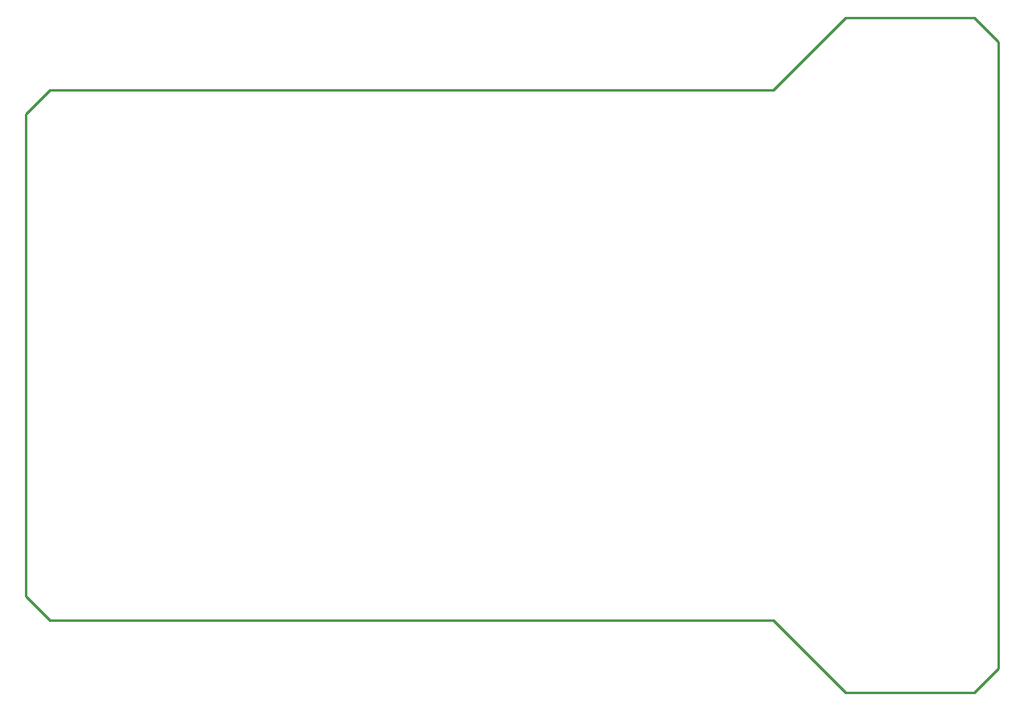
<source format=gko>
G04 Layer: BoardOutline*
G04 EasyEDA v6.4.7, 2020-10-15T23:24:37+03:00*
G04 37922d4682a6484ebcb2293b3ba01163,bea71ea263694c76901d4690734711c5,10*
G04 Gerber Generator version 0.2*
G04 Scale: 100 percent, Rotated: No, Reflected: No *
G04 Dimensions in millimeters *
G04 leading zeros omitted , absolute positions ,3 integer and 3 decimal *
%FSLAX33Y33*%
%MOMM*%
G90*
D02*

%ADD10C,0.254000*%
G54D10*
G01X102489Y2540D02*
G01X102489Y68580D01*
G01X99949Y71120D01*
G01X94615Y71120D01*
G01X94615Y71120D02*
G01X86360Y71120D01*
G01X86360Y0D02*
G01X99949Y0D01*
G01X102489Y2540D01*
G01X2540Y63500D02*
G01X0Y60960D01*
G01X0Y10160D01*
G01X2540Y7620D01*
G01X78740Y63500D02*
G01X2540Y63500D01*
G01X86360Y71120D02*
G01X78740Y63500D01*
G01X78740Y7620D02*
G01X86360Y0D01*
G01X2540Y7620D02*
G01X78740Y7620D01*

%LPD*%
M00*
M02*

</source>
